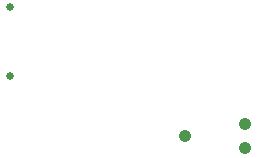
<source format=gbr>
%TF.GenerationSoftware,Altium Limited,Altium Designer,24.4.1 (13)*%
G04 Layer_Color=0*
%FSLAX45Y45*%
%MOMM*%
%TF.SameCoordinates,B8B7DE2E-4358-4D64-837E-663932822D10*%
%TF.FilePolarity,Positive*%
%TF.FileFunction,NonPlated,1,2,NPTH,Drill*%
%TF.Part,Single*%
G01*
G75*
%TA.AperFunction,ComponentDrill*%
%ADD86C,0.65000*%
%ADD87C,1.06700*%
D86*
X-1659750Y554000D02*
D03*
Y-24000D02*
D03*
D87*
X334000Y-636600D02*
D03*
Y-433400D02*
D03*
X-174000Y-535000D02*
D03*
%TF.MD5,2fbbfb47de81df94cecb08d0db003cc9*%
M02*

</source>
